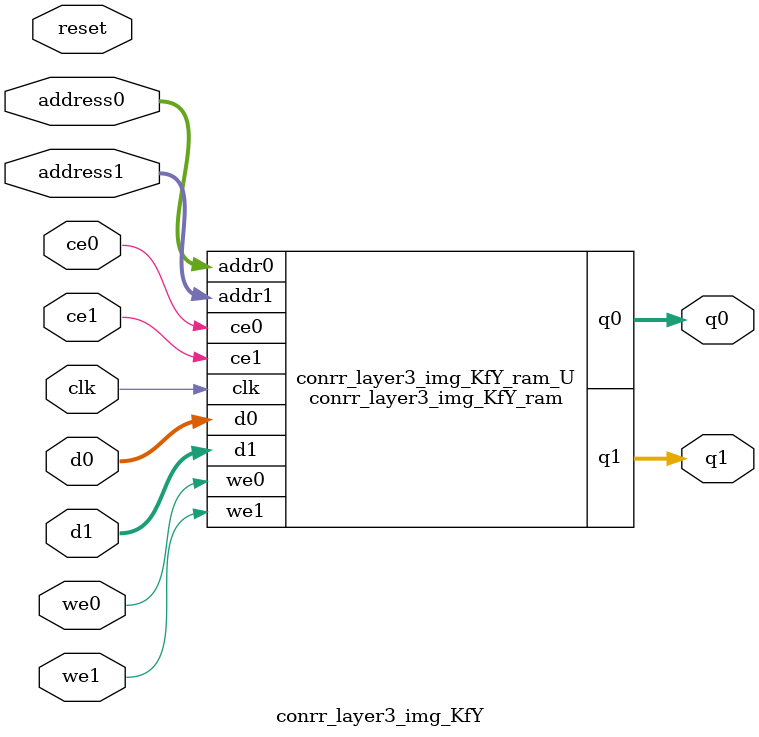
<source format=v>
`timescale 1 ns / 1 ps
module conrr_layer3_img_KfY_ram (addr0, ce0, d0, we0, q0, addr1, ce1, d1, we1, q1,  clk);

parameter DWIDTH = 4;
parameter AWIDTH = 12;
parameter MEM_SIZE = 2376;

input[AWIDTH-1:0] addr0;
input ce0;
input[DWIDTH-1:0] d0;
input we0;
output reg[DWIDTH-1:0] q0;
input[AWIDTH-1:0] addr1;
input ce1;
input[DWIDTH-1:0] d1;
input we1;
output reg[DWIDTH-1:0] q1;
input clk;

(* ram_style = "block" *)reg [DWIDTH-1:0] ram[0:MEM_SIZE-1];




always @(posedge clk)  
begin 
    if (ce0) 
    begin
        if (we0) 
        begin 
            ram[addr0] <= d0; 
        end 
        q0 <= ram[addr0];
    end
end


always @(posedge clk)  
begin 
    if (ce1) 
    begin
        if (we1) 
        begin 
            ram[addr1] <= d1; 
        end 
        q1 <= ram[addr1];
    end
end


endmodule

`timescale 1 ns / 1 ps
module conrr_layer3_img_KfY(
    reset,
    clk,
    address0,
    ce0,
    we0,
    d0,
    q0,
    address1,
    ce1,
    we1,
    d1,
    q1);

parameter DataWidth = 32'd4;
parameter AddressRange = 32'd2376;
parameter AddressWidth = 32'd12;
input reset;
input clk;
input[AddressWidth - 1:0] address0;
input ce0;
input we0;
input[DataWidth - 1:0] d0;
output[DataWidth - 1:0] q0;
input[AddressWidth - 1:0] address1;
input ce1;
input we1;
input[DataWidth - 1:0] d1;
output[DataWidth - 1:0] q1;



conrr_layer3_img_KfY_ram conrr_layer3_img_KfY_ram_U(
    .clk( clk ),
    .addr0( address0 ),
    .ce0( ce0 ),
    .we0( we0 ),
    .d0( d0 ),
    .q0( q0 ),
    .addr1( address1 ),
    .ce1( ce1 ),
    .we1( we1 ),
    .d1( d1 ),
    .q1( q1 ));

endmodule


</source>
